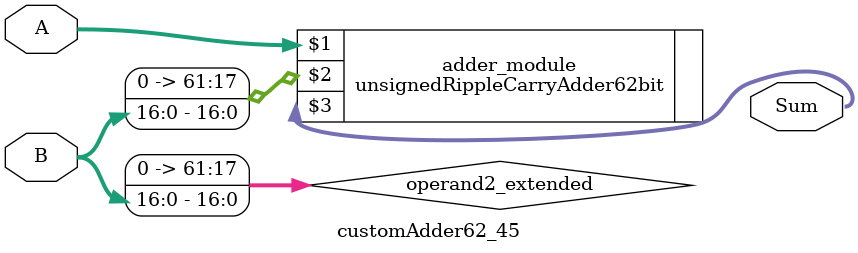
<source format=v>
module customAdder62_45(
                        input [61 : 0] A,
                        input [16 : 0] B,
                        
                        output [62 : 0] Sum
                );

        wire [61 : 0] operand2_extended;
        
        assign operand2_extended =  {45'b0, B};
        
        unsignedRippleCarryAdder62bit adder_module(
            A,
            operand2_extended,
            Sum
        );
        
        endmodule
        
</source>
